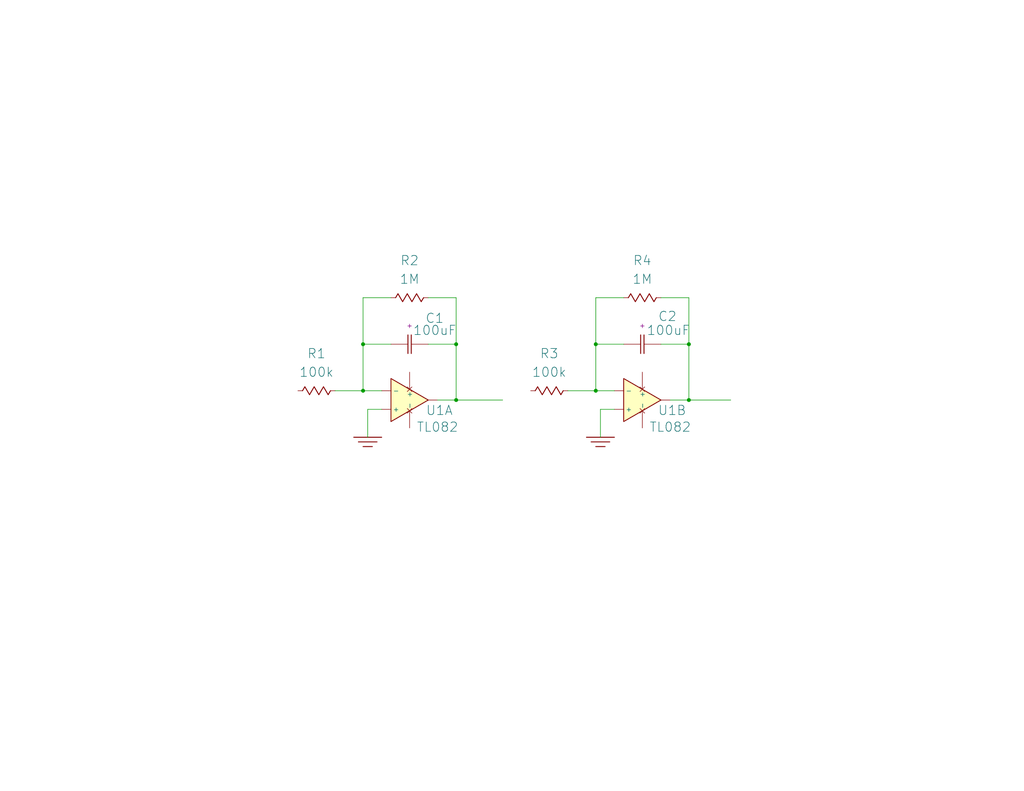
<source format=kicad_sch>
(kicad_sch (version 20250114) (generator "eeschema") (generator_version "9.0")
  (paper "USLetter")
  (title_block (title "Integrator") (date "2025-03-06") (rev "1") (company "Landen Points"))
  (lib_symbols
    (symbol "PCM_Generic:C,IEC" (pin_numbers (hide yes)) (pin_names (offset 0) (hide yes))
      (property "Reference" "C" (at 2.54 2.54 0))
      (property "Value" "C,IEC" (at 2.54 -2.54 0))
      (property "Indicator" "+" (at -2.54 2.54 0))
      (symbol "C,IEC_1_1"
        (polyline (pts (xy -2.54 0.4572) (xy 2.54 0.4572)) (stroke (width 0.254)))
        (polyline (pts (xy -2.54 -0.4572) (xy 2.54 -0.4572)) (stroke (width 0.254)))
        (pin passive line (at 0 5.08 270) (length 4.6228) (name "+") (number "1"))
        (pin passive line (at 0 -5.08 90) (length 4.6228) (name "-") (number "2"))
      )
    )
    (symbol "PCM_Generic:P,E" (power) (pin_numbers (hide yes)) (pin_names (offset 3.81))
      (symbol "P,E_1_1"
        (polyline (pts (xy -3.81 0) (xy 3.81 0)) (stroke (width 0.254)))
        (polyline (pts (xy -2.54 -1.27) (xy 2.54 -1.27)) (stroke (width 0.254)))
        (polyline (pts (xy -1.27 -2.54) (xy 1.27 -2.54)) (stroke (width 0.254)))
        (pin power_in line (at 0 0 0) (length 0) (hide yes) (name "E") (number "0"))
      )
    )
    (symbol "PCM_Generic:R,IEEE" (pin_numbers (hide yes)) (pin_names (offset 0) (hide yes))
      (property "Reference" "R" (at 2.54 2.54 0))
      (property "Value" "R,IEEE" (at 2.54 -2.54 0))
      (symbol "R,IEEE_1_1"
        (polyline (pts (xy 0 3.81) (xy 1.0922 3.175) (xy -1.0922 1.905) (xy 1.0922 0.635) (xy -1.0922 -0.635) (xy 1.0922 -1.905) (xy -1.0922 -3.175) (xy 0 -3.81)) (stroke (width 0.254)))
        (pin passive line (at 0 5.08 270) (length 1.27) (name "+") (number "1"))
        (pin passive line (at 0 -5.08 90) (length 1.27) (name "-") (number "2"))
      )
    )
    (symbol "PCM_Generic:X-opamp,IEEE" (pin_numbers (hide yes))
      (property "Reference" "U" (at 6.35 3.81 0))
      (property "Value" "${SIM.PARAMS}" (at 6.35 -3.81 0))
      (symbol "X-opamp,IEEE_1_1"
        (polyline (pts (xy 5.08 0) (xy -5.08 5.8674) (xy -5.08 -5.8674) (xy 5.08 0)) (stroke (width 0.254)) (fill (type background)))
        (pin input line (at -7.62 2.54 0) (length 2.54) (name "-") (number "2"))
        (pin input line (at -7.62 -2.54 0) (length 2.54) (name "+") (number "1"))
        (pin power_in non_logic (at 0 7.62 270) (length 4.6736) (name "+") (number "3"))
        (pin power_in non_logic (at 0 -7.62 90) (length 4.6736) (name "-") (number "4"))
        (pin output line (at 7.62 0 180) (length 2.54) (name "OUT") (number "5"))
      )
    )
  )
  (junction (at 124.46 109.22))
  (junction (at 187.96 93.98))
  (junction (at 99.06 93.98))
  (junction (at 99.06 106.68))
  (junction (at 162.56 93.98))
  (junction (at 162.56 106.68))
  (junction (at 124.46 93.98))
  (junction (at 187.96 109.22))
  (wire (pts (xy 170.18 81.28) (xy 162.56 81.28)))
  (wire (pts (xy 180.34 81.28) (xy 187.96 81.28)))
  (wire (pts (xy 124.46 81.28) (xy 124.46 93.98)))
  (wire (pts (xy 162.56 93.98) (xy 162.56 106.68)))
  (wire (pts (xy 124.46 109.22) (xy 137.16 109.22)))
  (wire (pts (xy 187.96 109.22) (xy 199.39 109.22)))
  (wire (pts (xy 104.14 111.76) (xy 100.33 111.76)))
  (wire (pts (xy 99.06 93.98) (xy 99.06 106.68)))
  (wire (pts (xy 99.06 93.98) (xy 106.68 93.98)))
  (wire (pts (xy 162.56 93.98) (xy 170.18 93.98)))
  (wire (pts (xy 99.06 106.68) (xy 104.14 106.68)))
  (wire (pts (xy 91.44 106.68) (xy 99.06 106.68)))
  (wire (pts (xy 162.56 81.28) (xy 162.56 93.98)))
  (wire (pts (xy 167.64 111.76) (xy 163.83 111.76)))
  (wire (pts (xy 187.96 81.28) (xy 187.96 93.98)))
  (wire (pts (xy 124.46 109.22) (xy 119.38 109.22)))
  (wire (pts (xy 116.84 93.98) (xy 124.46 93.98)))
  (wire (pts (xy 154.94 106.68) (xy 162.56 106.68)))
  (wire (pts (xy 100.33 111.76) (xy 100.33 119.38)))
  (wire (pts (xy 162.56 106.68) (xy 167.64 106.68)))
  (wire (pts (xy 106.68 81.28) (xy 99.06 81.28)))
  (wire (pts (xy 99.06 81.28) (xy 99.06 93.98)))
  (wire (pts (xy 163.83 111.76) (xy 163.83 119.38)))
  (wire (pts (xy 180.34 93.98) (xy 187.96 93.98)))
  (wire (pts (xy 187.96 93.98) (xy 187.96 109.22)))
  (wire (pts (xy 187.96 109.22) (xy 182.88 109.22)))
  (wire (pts (xy 124.46 93.98) (xy 124.46 109.22)))
  (wire (pts (xy 116.84 81.28) (xy 124.46 81.28)))
  (symbol (lib_id "PCM_Generic:X-opamp,IEEE") (at 175.26 109.22 0) (unit 1)
    (property "Reference" "U1B" (at 183.388 112.014 0) (effects (font (size 2.54 2.54))))
    (property "Value" "TL082" (at 182.88 116.586 0) (effects (font (size 2.54 2.54))))
    (property "Description" "operational amplifier (opamp); voltage comparator (IEEE triangle)" (effects (hide yes)))
    (property "Sim.Pins" "1=1 2=2 3=3 4=4 5=5" (effects (hide yes)))
    (property "Sim.Device" "SPICE" (effects (hide yes)))
    (property "Sim.Params" "type=\"X\" model=\"X-opamp,IEEE\" lib=\"\"" (effects (hide yes)))
  )
  (symbol (lib_id "PCM_Generic:R,IEEE") (at 111.76 81.28 270) (unit 1)
    (property "Reference" "R2" (at 111.76 71.12 90) (effects (font (size 2.54 2.54))))
    (property "Value" "1M" (at 111.76 76.2 90) (effects (font (size 2.54 2.54))))
    (property "Description" "resistor (IEEE zigzag)" (effects (hide yes)))
    (property "Indicator" "+" (effects (hide yes)))
  )
  (symbol (lib_id "PCM_Generic:C,IEC") (at 111.76 93.98 270) (unit 1)
    (property "Reference" "C1" (at 118.618 86.868 90) (effects (font (size 2.54 2.54))))
    (property "Value" "100uF" (at 118.618 90.17 90) (effects (font (size 2.54 2.54))))
    (property "Description" "capacitor, non-polarized/polar(ized)/bipolar (IEC)" (effects (hide yes)))
    (property "Indicator" "+" (at 111.76 88.9 90))
  )
  (symbol (lib_id "PCM_Generic:R,IEEE") (at 175.26 81.28 270) (unit 1)
    (property "Reference" "R4" (at 175.26 71.12 90) (effects (font (size 2.54 2.54))))
    (property "Value" "1M" (at 175.26 76.2 90) (effects (font (size 2.54 2.54))))
    (property "Description" "resistor (IEEE zigzag)" (effects (hide yes)))
    (property "Indicator" "+" (effects (hide yes)))
  )
  (symbol (lib_id "PCM_Generic:C,IEC") (at 175.26 93.98 270) (unit 1)
    (property "Reference" "C2" (at 182.118 86.36 90) (effects (font (size 2.54 2.54))))
    (property "Value" "100uF" (at 182.372 90.17 90) (effects (font (size 2.54 2.54))))
    (property "Description" "capacitor, non-polarized/polar(ized)/bipolar (IEC)" (effects (hide yes)))
    (property "Indicator" "+" (at 175.26 88.9 90))
  )
  (symbol (lib_id "PCM_Generic:R,IEEE") (at 149.86 106.68 90) (unit 1)
    (property "Reference" "R3" (at 149.86 96.52 90) (effects (font (size 2.54 2.54))))
    (property "Value" "100k" (at 149.86 101.6 90) (effects (font (size 2.54 2.54))))
    (property "Description" "resistor (IEEE zigzag)" (effects (hide yes)))
    (property "Indicator" "+" (effects (hide yes)))
  )
  (symbol (lib_id "PCM_Generic:X-opamp,IEEE") (at 111.76 109.22 0) (unit 1)
    (property "Reference" "U1A" (at 119.888 112.014 0) (effects (font (size 2.54 2.54))))
    (property "Value" "TL082" (at 119.38 116.586 0) (effects (font (size 2.54 2.54))))
    (property "Description" "operational amplifier (opamp); voltage comparator (IEEE triangle)" (effects (hide yes)))
    (property "Sim.Pins" "1=1 2=2 3=3 4=4 5=5" (effects (hide yes)))
    (property "Sim.Device" "SPICE" (effects (hide yes)))
    (property "Sim.Params" "type=\"X\" model=\"X-opamp,IEEE\" lib=\"\"" (effects (hide yes)))
  )
  (symbol (lib_id "PCM_Generic:P,E") (at 163.83 119.38 0) (unit 1)
    (property "Reference" "#PWR02" (effects (hide yes)))
    (property "Value" "P,E" (effects (hide yes)))
    (property "Description" "earth/ground/earthing/grounding (E)" (effects (hide yes)))
  )
  (symbol (lib_id "PCM_Generic:P,E") (at 100.33 119.38 0) (unit 1)
    (property "Reference" "#PWR01" (effects (hide yes)))
    (property "Value" "P,E" (effects (hide yes)))
    (property "Description" "earth/ground/earthing/grounding (E)" (effects (hide yes)))
  )
  (symbol (lib_id "PCM_Generic:R,IEEE") (at 86.36 106.68 90) (unit 1)
    (property "Reference" "R1" (at 86.36 96.52 90) (effects (font (size 2.54 2.54))))
    (property "Value" "100k" (at 86.36 101.6 90) (effects (font (size 2.54 2.54))))
    (property "Description" "resistor (IEEE zigzag)" (effects (hide yes)))
    (property "Indicator" "+" (effects (hide yes)))
  )
)
</source>
